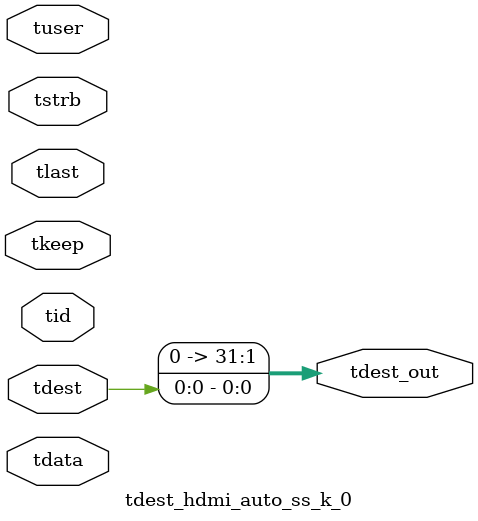
<source format=v>


`timescale 1ps/1ps

module tdest_hdmi_auto_ss_k_0 #
(
parameter C_S_AXIS_TDATA_WIDTH = 32,
parameter C_S_AXIS_TUSER_WIDTH = 0,
parameter C_S_AXIS_TID_WIDTH   = 0,
parameter C_S_AXIS_TDEST_WIDTH = 0,
parameter C_M_AXIS_TDEST_WIDTH = 32
)
(
input  [(C_S_AXIS_TDATA_WIDTH == 0 ? 1 : C_S_AXIS_TDATA_WIDTH)-1:0     ] tdata,
input  [(C_S_AXIS_TUSER_WIDTH == 0 ? 1 : C_S_AXIS_TUSER_WIDTH)-1:0     ] tuser,
input  [(C_S_AXIS_TID_WIDTH   == 0 ? 1 : C_S_AXIS_TID_WIDTH)-1:0       ] tid,
input  [(C_S_AXIS_TDEST_WIDTH == 0 ? 1 : C_S_AXIS_TDEST_WIDTH)-1:0     ] tdest,
input  [(C_S_AXIS_TDATA_WIDTH/8)-1:0 ] tkeep,
input  [(C_S_AXIS_TDATA_WIDTH/8)-1:0 ] tstrb,
input                                                                    tlast,
output [C_M_AXIS_TDEST_WIDTH-1:0] tdest_out
);

assign tdest_out = {tdest[0:0]};

endmodule


</source>
